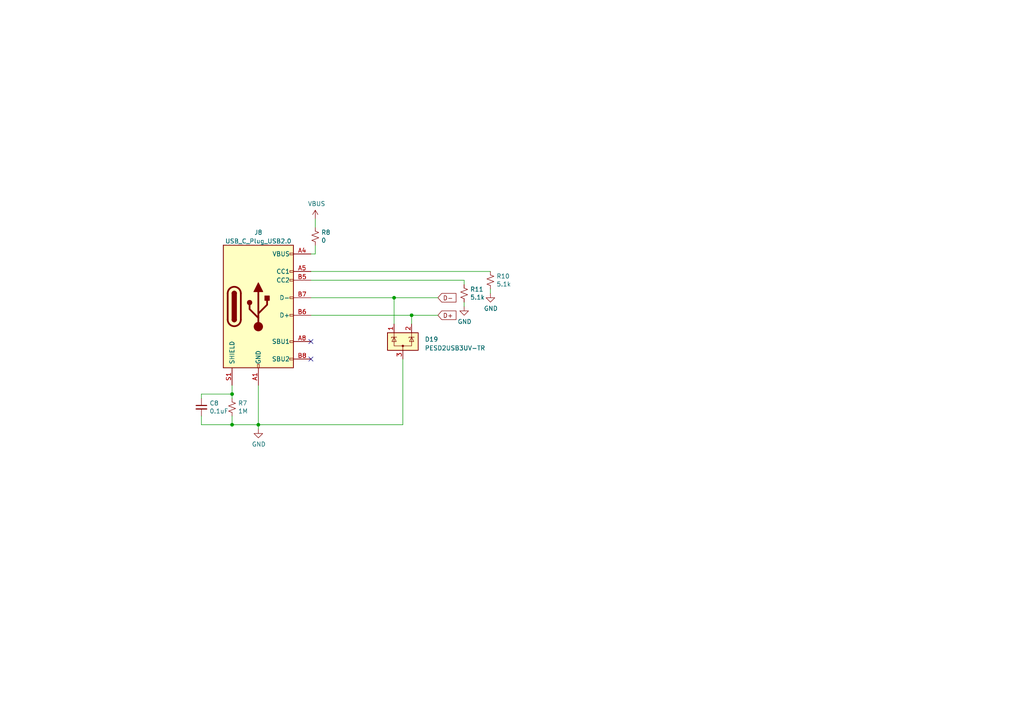
<source format=kicad_sch>
(kicad_sch (version 20230121) (generator eeschema)
  (paper "A4")
  (lib_symbols
    (symbol "BadgePiratesSymbolLibrary:PESD2USB3UV-TR" (pin_names hide)
      (property "Reference" "D" (at 5.715 2.54 0))
      (property "Value" "PESD2USB3UV-TR" (at 5.715 0.635 0))
      (symbol "PESD2USB3UV-TR_0_0"
        (pin passive line (at 0 -5.08 90) (length 2.54) (name "A") (number "3"))
      )
      (symbol "PESD2USB3UV-TR_0_1"
        (rectangle (start -4.445 2.54) (end 4.445 -2.54) (stroke (width 0.254)) (fill (type background)))
        (circle (center 0 -1.27) (radius 0.254) (fill (type outline)))
        (polyline (pts (xy -2.54 2.54) (xy -2.54 1.27)))
        (polyline (pts (xy 0 -1.27) (xy 0 -2.54)))
        (polyline (pts (xy 2.54 2.54) (xy 2.54 1.27)))
        (polyline (pts (xy -3.302 1.016) (xy -3.302 1.27) (xy -1.905 1.27) (xy -1.778 1.27)))
        (polyline (pts (xy -2.54 1.27) (xy -2.54 -1.27) (xy 2.54 -1.27) (xy 2.54 1.27)))
        (polyline (pts (xy -2.54 1.27) (xy -1.905 0) (xy -3.175 0) (xy -2.54 1.27)))
        (polyline (pts (xy 1.778 1.016) (xy 1.778 1.27) (xy 3.175 1.27) (xy 3.302 1.27)))
        (polyline (pts (xy 2.54 1.27) (xy 1.905 0) (xy 3.175 0) (xy 2.54 1.27)))
      )
      (symbol "PESD2USB3UV-TR_1_1"
        (pin passive line (at -2.54 5.08 270) (length 2.54) (name "K") (number "1"))
        (pin passive line (at 2.54 5.08 270) (length 2.54) (name "K") (number "2"))
      )
    )
    (symbol "BadgePiratesSymbolLibrary:USB_C_Plug_USB2.0" (pin_names (offset 1.016))
      (property "Reference" "J1" (at -10.16 20.32 0))
      (property "Value" "USB_C_Plug_USB2.0" (at 2.54 -20.32 0))
      (symbol "USB_C_Plug_USB2.0_0_0"
        (rectangle (start -0.254 -17.78) (end 0.254 -16.764))
        (rectangle (start 10.1232 -14.9825) (end 9.1072 -15.4905))
        (rectangle (start 10.1599 -9.9392) (end 9.1439 -10.4472))
        (rectangle (start 10.16 -2.286) (end 9.144 -2.794))
        (rectangle (start 10.16 2.794) (end 9.144 2.286))
        (rectangle (start 10.16 7.874) (end 9.144 7.366))
        (rectangle (start 10.16 10.414) (end 9.144 9.906))
        (rectangle (start 10.16 15.494) (end 9.144 14.986))
        (pin bidirectional line (at 15.24 -10.16 180) (length 5.08) (name "SBU1") (number "A8"))
        (pin bidirectional line (at 15.24 -2.54 180) (length 5.08) (name "D+") (number "B6"))
        (pin bidirectional line (at 15.24 2.54 180) (length 5.08) (name "D-") (number "B7"))
        (pin bidirectional line (at 15.24 -15.24 180) (length 5.08) (name "SBU2") (number "B8"))
      )
      (symbol "USB_C_Plug_USB2.0_0_1"
        (rectangle (start -10.16 17.78) (end 10.16 -17.78) (stroke (width 0.254)) (fill (type background)))
        (arc (start -8.89 -3.81) (mid -6.985 -5.7067) (end -5.08 -3.81) (stroke (width 0.508)))
        (arc (start -7.62 -3.81) (mid -6.985 -4.4423) (end -6.35 -3.81) (stroke (width 0.254)))
        (arc (start -7.62 -3.81) (mid -6.985 -4.4423) (end -6.35 -3.81) (stroke (width 0.254)) (fill (type outline)))
        (rectangle (start -7.62 -3.81) (end -6.35 3.81) (stroke (width 0.254)) (fill (type outline)))
        (arc (start -6.35 3.81) (mid -6.985 4.4423) (end -7.62 3.81) (stroke (width 0.254)))
        (arc (start -6.35 3.81) (mid -6.985 4.4423) (end -7.62 3.81) (stroke (width 0.254)) (fill (type outline)))
        (arc (start -5.08 3.81) (mid -6.985 5.7067) (end -8.89 3.81) (stroke (width 0.508)))
        (circle (center -2.54 1.143) (radius 0.635) (stroke (width 0.254)) (fill (type outline)))
        (circle (center 0 -5.842) (radius 1.27) (fill (type outline)))
        (polyline (pts (xy -8.89 -3.81) (xy -8.89 3.81)) (stroke (width 0.508)))
        (polyline (pts (xy -5.08 3.81) (xy -5.08 -3.81)) (stroke (width 0.508)))
        (polyline (pts (xy 0 -5.842) (xy 0 4.318)) (stroke (width 0.508)))
        (polyline (pts (xy 0 -3.302) (xy -2.54 -0.762) (xy -2.54 0.508)) (stroke (width 0.508)))
        (polyline (pts (xy 0 -2.032) (xy 2.54 0.508) (xy 2.54 1.778)) (stroke (width 0.508)))
        (polyline (pts (xy -1.27 4.318) (xy 0 6.858) (xy 1.27 4.318) (xy -1.27 4.318)) (stroke (width 0.254)) (fill (type outline)))
        (rectangle (start 1.905 1.778) (end 3.175 3.048) (stroke (width 0.254)) (fill (type outline)))
      )
      (symbol "USB_C_Plug_USB2.0_1_1"
        (pin passive line (at 0 -22.86 90) (length 5.08) (name "GND") (number "A1"))
        (pin passive line (at 0 -22.86 90) (length 5.08) hide (name "GND") (number "A12"))
        (pin passive line (at 15.24 15.24 180) (length 5.08) (name "VBUS") (number "A4"))
        (pin passive line (at 15.24 10.16 180) (length 5.08) (name "CC1") (number "A5"))
        (pin bidirectional line (at 15.24 -2.54 180) (length 5.08) hide (name "D+") (number "A6"))
        (pin bidirectional line (at 15.24 2.54 180) (length 5.08) hide (name "D-") (number "A7"))
        (pin passive line (at 15.24 15.24 180) (length 5.08) hide (name "VBUS") (number "A9"))
        (pin passive line (at 0 -22.86 90) (length 5.08) hide (name "GND") (number "B1"))
        (pin passive line (at 0 -22.86 90) (length 5.08) hide (name "GND") (number "B12"))
        (pin passive line (at 15.24 15.24 180) (length 5.08) hide (name "VBUS") (number "B4"))
        (pin passive line (at 15.24 7.62 180) (length 5.08) (name "CC2") (number "B5"))
        (pin passive line (at 15.24 15.24 180) (length 5.08) hide (name "VBUS") (number "B9"))
        (pin passive line (at -7.62 -22.86 90) (length 5.08) (name "SHIELD") (number "S1"))
      )
    )
    (symbol "Device:C_Small" (pin_numbers hide) (pin_names (offset 0.254) hide)
      (property "Reference" "C" (at 0.254 1.778 0))
      (property "Value" "C_Small" (at 0.254 -2.032 0))
      (symbol "C_Small_0_1"
        (polyline (pts (xy -1.524 -0.508) (xy 1.524 -0.508)) (stroke (width 0.3302)))
        (polyline (pts (xy -1.524 0.508) (xy 1.524 0.508)) (stroke (width 0.3048)))
      )
      (symbol "C_Small_1_1"
        (pin passive line (at 0 2.54 270) (length 2.032) (name "~") (number "1"))
        (pin passive line (at 0 -2.54 90) (length 2.032) (name "~") (number "2"))
      )
    )
    (symbol "Device:R_Small_US" (pin_numbers hide) (pin_names (offset 0.254) hide)
      (property "Reference" "R" (at 0.762 0.508 0))
      (property "Value" "R_Small_US" (at 0.762 -1.016 0))
      (symbol "R_Small_US_1_1"
        (polyline (pts (xy 0 0) (xy 1.016 -0.381) (xy 0 -0.762) (xy -1.016 -1.143) (xy 0 -1.524)))
        (polyline (pts (xy 0 1.524) (xy 1.016 1.143) (xy 0 0.762) (xy -1.016 0.381) (xy 0 0)))
        (pin passive line (at 0 2.54 270) (length 1.016) (name "~") (number "1"))
        (pin passive line (at 0 -2.54 90) (length 1.016) (name "~") (number "2"))
      )
    )
    (symbol "power:GND" (power) (pin_names (offset 0))
      (property "Value" "GND" (at 0 -3.81 0))
      (symbol "GND_0_1"
        (polyline (pts (xy 0 0) (xy 0 -1.27) (xy 1.27 -1.27) (xy 0 -2.54) (xy -1.27 -1.27) (xy 0 -1.27)))
      )
      (symbol "GND_1_1"
        (pin power_in line (at 0 0 270) (length 0) hide (name "GND") (number "1"))
      )
    )
    (symbol "power:VBUS" (power) (pin_names (offset 0))
      (property "Value" "VBUS" (at 0 3.81 0))
      (symbol "VBUS_0_1"
        (polyline (pts (xy -0.762 1.27) (xy 0 2.54)))
        (polyline (pts (xy 0 0) (xy 0 2.54)))
        (polyline (pts (xy 0 2.54) (xy 0.762 1.27)))
      )
      (symbol "VBUS_1_1"
        (pin power_in line (at 0 0 90) (length 0) hide (name "VBUS") (number "1"))
      )
    )
  )
  (junction (at 119.38 91.44))
  (junction (at 74.93 123.19))
  (junction (at 114.3 86.36))
  (junction (at 67.31 114.3))
  (junction (at 67.31 123.19))
  (no_connect (at 90.17 104.14))
  (no_connect (at 90.17 99.06))
  (wire (pts (xy 91.44 71.12) (xy 91.44 73.66)))
  (wire (pts (xy 58.42 120.65) (xy 58.42 123.19)))
  (wire (pts (xy 90.17 91.44) (xy 119.38 91.44)))
  (wire (pts (xy 90.17 86.36) (xy 114.3 86.36)))
  (wire (pts (xy 91.44 63.5) (xy 91.44 66.04)))
  (wire (pts (xy 90.17 81.28) (xy 134.62 81.28)))
  (wire (pts (xy 67.31 123.19) (xy 74.93 123.19)))
  (wire (pts (xy 134.62 87.63) (xy 134.62 88.9)))
  (wire (pts (xy 58.42 114.3) (xy 67.31 114.3)))
  (wire (pts (xy 67.31 120.65) (xy 67.31 123.19)))
  (wire (pts (xy 74.93 123.19) (xy 116.84 123.19)))
  (wire (pts (xy 119.38 91.44) (xy 119.38 93.98)))
  (wire (pts (xy 119.38 91.44) (xy 127 91.44)))
  (wire (pts (xy 58.42 123.19) (xy 67.31 123.19)))
  (wire (pts (xy 67.31 111.76) (xy 67.31 114.3)))
  (wire (pts (xy 116.84 104.14) (xy 116.84 123.19)))
  (wire (pts (xy 58.42 115.57) (xy 58.42 114.3)))
  (wire (pts (xy 74.93 123.19) (xy 74.93 111.76)))
  (wire (pts (xy 142.24 83.82) (xy 142.24 85.09)))
  (wire (pts (xy 74.93 123.19) (xy 74.93 124.46)))
  (wire (pts (xy 134.62 81.28) (xy 134.62 82.55)))
  (wire (pts (xy 67.31 114.3) (xy 67.31 115.57)))
  (wire (pts (xy 90.17 73.66) (xy 91.44 73.66)))
  (wire (pts (xy 114.3 86.36) (xy 127 86.36)))
  (wire (pts (xy 90.17 78.74) (xy 142.24 78.74)))
  (wire (pts (xy 114.3 93.98) (xy 114.3 86.36)))
  (global_label "D-" (shape input) (at 127 86.36 0) (property "Intersheetrefs" "${INTERSHEET_REFS}" (effects hide)))
  (global_label "D+" (shape input) (at 127 91.44 0) (property "Intersheetrefs" "${INTERSHEET_REFS}" (effects hide)))
  (symbol (lib_id "power:VBUS") (at 91.44 63.5 0) (unit 1)
    (property "Reference" "#PWR042" (effects hide))
    (property "Value" "VBUS" (at 91.821 59.1058 0))
  )
  (symbol (lib_id "Device:R_Small_US") (at 67.31 118.11 0) (unit 1)
    (property "Reference" "R7" (at 69.0372 116.9416 0) (effects (justify left)))
    (property "Value" "1M" (at 69.0372 119.253 0) (effects (justify left)))
    (property "Footprint" "BadgePirates:R_1206_3216Metric" (effects hide))
  )
  (symbol (lib_id "Device:R_Small_US") (at 134.62 85.09 0) (unit 1)
    (property "Reference" "R11" (at 136.3472 83.9216 0) (effects (justify left)))
    (property "Value" "5.1k" (at 136.3472 86.233 0) (effects (justify left)))
    (property "Footprint" "BadgePirates:R_1206_3216Metric" (effects hide))
  )
  (symbol (lib_id "Device:R_Small_US") (at 142.24 81.28 0) (unit 1)
    (property "Reference" "R10" (at 143.9672 80.1116 0) (effects (justify left)))
    (property "Value" "5.1k" (at 143.9672 82.423 0) (effects (justify left)))
    (property "Footprint" "BadgePirates:R_1206_3216Metric" (effects hide))
  )
  (symbol (lib_id "Device:R_Small_US") (at 91.44 68.58 0) (unit 1)
    (property "Reference" "R8" (at 93.1672 67.4116 0) (effects (justify left)))
    (property "Value" "0" (at 93.1672 69.723 0) (effects (justify left)))
    (property "Footprint" "BadgePirates:R_1206_3216Metric" (effects hide))
  )
  (symbol (lib_id "Device:C_Small") (at 58.42 118.11 0) (unit 1)
    (property "Reference" "C8" (at 60.7568 116.9416 0) (effects (justify left)))
    (property "Value" "0.1uF" (at 60.7568 119.253 0) (effects (justify left)))
    (property "Footprint" "BadgePirates:C_0805_2012Metric" (effects hide))
  )
  (symbol (lib_id "power:GND") (at 74.93 124.46 0) (unit 1)
    (property "Reference" "#PWR041" (effects hide))
    (property "Value" "GND" (at 75.057 128.8542 0))
  )
  (symbol (lib_id "power:GND") (at 142.24 85.09 0) (unit 1)
    (property "Reference" "#PWR044" (effects hide))
    (property "Value" "GND" (at 142.367 89.4842 0))
  )
  (symbol (lib_id "BadgePiratesSymbolLibrary:PESD2USB3UV-TR") (at 116.84 99.06 0) (unit 1)
    (property "Reference" "D19" (at 123.19 98.425 0) (effects (justify left)))
    (property "Value" "PESD2USB3UV-TR" (at 123.19 100.965 0) (effects (justify left)))
    (property "Footprint" "Package_TO_SOT_SMD:SOT-23" (effects hide))
    (property "Datasheet" "https://assets.nexperia.com/documents/data-sheet/PESD2USB3UV-T.pdf" (effects hide))
  )
  (symbol (lib_id "BadgePiratesSymbolLibrary:USB_C_Plug_USB2.0") (at 74.93 88.9 0) (unit 1)
    (property "Reference" "J8" (at 74.93 67.4202 0))
    (property "Value" "USB_C_Plug_USB2.0" (at 74.93 69.9571 0))
    (property "Footprint" "BadgePirates:USB_C_Receptical-Jing" (effects hide))
    (property "Datasheet" "https://www.usb.org/sites/default/files/documents/usb_type-c.zip" (effects hide))
  )
  (symbol (lib_id "power:GND") (at 134.62 88.9 0) (unit 1)
    (property "Reference" "#PWR043" (effects hide))
    (property "Value" "GND" (at 134.747 93.2942 0))
  )
)
</source>
